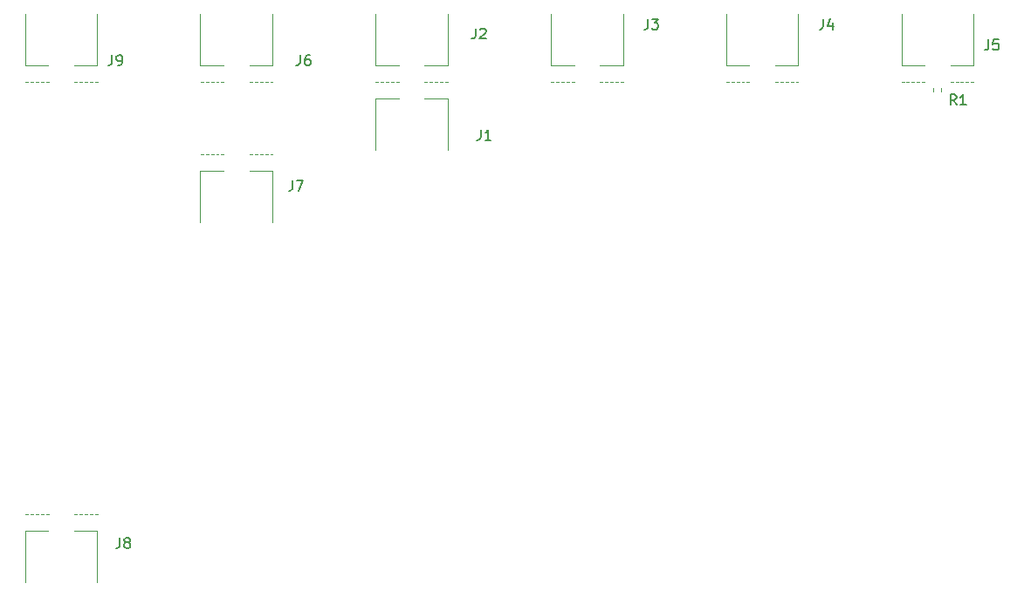
<source format=gbr>
%TF.GenerationSoftware,KiCad,Pcbnew,9.0.0*%
%TF.CreationDate,2025-07-17T14:07:15-07:00*%
%TF.ProjectId,TRL_fixture_JLC04161H-7628,54524c5f-6669-4787-9475-72655f4a4c43,rev?*%
%TF.SameCoordinates,Original*%
%TF.FileFunction,Legend,Top*%
%TF.FilePolarity,Positive*%
%FSLAX46Y46*%
G04 Gerber Fmt 4.6, Leading zero omitted, Abs format (unit mm)*
G04 Created by KiCad (PCBNEW 9.0.0) date 2025-07-17 14:07:15*
%MOMM*%
%LPD*%
G01*
G04 APERTURE LIST*
%ADD10C,0.100000*%
%ADD11C,0.150000*%
%ADD12C,0.120000*%
G04 APERTURE END LIST*
D10*
X107468000Y-101000000D02*
X107718000Y-101000000D01*
X76750000Y-101000000D02*
X77000000Y-101000000D01*
X122468000Y-101000000D02*
X122718000Y-101000000D01*
X124468000Y-101000000D02*
X124718000Y-101000000D01*
X105968000Y-101000000D02*
X106218000Y-101000000D01*
X54500000Y-101000000D02*
X54750000Y-101000000D01*
X76250000Y-108000000D02*
X76500000Y-108000000D01*
X122968000Y-101000000D02*
X123218000Y-101000000D01*
X139968000Y-101000000D02*
X140218000Y-101000000D01*
X127218000Y-101000000D02*
X127468000Y-101000000D01*
X141468000Y-101000000D02*
X141718000Y-101000000D01*
X56500000Y-143000000D02*
X56750000Y-143000000D01*
X140468000Y-101000000D02*
X140718000Y-101000000D01*
X139468000Y-101000000D02*
X139718000Y-101000000D01*
X106468000Y-101000000D02*
X106718000Y-101000000D01*
X78250000Y-108000000D02*
X78500000Y-108000000D01*
X145718000Y-101000000D02*
X145968000Y-101000000D01*
X129218000Y-101000000D02*
X129468000Y-101000000D01*
X61250000Y-101000000D02*
X61500000Y-101000000D01*
X59250000Y-143000000D02*
X59500000Y-143000000D01*
X59750000Y-101000000D02*
X60000000Y-101000000D01*
X110718000Y-101000000D02*
X110968000Y-101000000D01*
X76250000Y-101000000D02*
X76500000Y-101000000D01*
X55000000Y-143000000D02*
X55250000Y-143000000D01*
X61250000Y-143000000D02*
X61500000Y-143000000D01*
X111718000Y-101000000D02*
X111968000Y-101000000D01*
X71500000Y-108000000D02*
X71750000Y-108000000D01*
X76750000Y-108000000D02*
X77000000Y-108000000D01*
X77250000Y-101000000D02*
X77500000Y-101000000D01*
X55000000Y-101000000D02*
X55250000Y-101000000D01*
X106968000Y-101000000D02*
X107218000Y-101000000D01*
X60750000Y-143000000D02*
X61000000Y-143000000D01*
X110218000Y-101000000D02*
X110468000Y-101000000D01*
X59750000Y-143000000D02*
X60000000Y-143000000D01*
X95218000Y-101000000D02*
X95468000Y-101000000D01*
X72500000Y-108000000D02*
X72750000Y-108000000D01*
X56000000Y-143000000D02*
X56250000Y-143000000D01*
X144718000Y-101000000D02*
X144968000Y-101000000D01*
X90468000Y-101000000D02*
X90718000Y-101000000D01*
X56000000Y-101000000D02*
X56250000Y-101000000D01*
X60250000Y-101000000D02*
X60500000Y-101000000D01*
X93718000Y-101000000D02*
X93968000Y-101000000D01*
X77250000Y-108000000D02*
X77500000Y-108000000D01*
X72000000Y-101000000D02*
X72250000Y-101000000D01*
X88468000Y-101000000D02*
X88718000Y-101000000D01*
X55500000Y-143000000D02*
X55750000Y-143000000D01*
X123968000Y-101000000D02*
X124218000Y-101000000D01*
X105468000Y-101000000D02*
X105718000Y-101000000D01*
X71500000Y-101000000D02*
X71750000Y-101000000D01*
X140968000Y-101000000D02*
X141218000Y-101000000D01*
X94218000Y-101000000D02*
X94468000Y-101000000D01*
X144218000Y-101000000D02*
X144468000Y-101000000D01*
X56500000Y-101000000D02*
X56750000Y-101000000D01*
X127718000Y-101000000D02*
X127968000Y-101000000D01*
X77750000Y-108000000D02*
X78000000Y-108000000D01*
X128718000Y-101000000D02*
X128968000Y-101000000D01*
X145218000Y-101000000D02*
X145468000Y-101000000D01*
X111218000Y-101000000D02*
X111468000Y-101000000D01*
X54500000Y-143000000D02*
X54750000Y-143000000D01*
X78250000Y-101000000D02*
X78500000Y-101000000D01*
X72500000Y-101000000D02*
X72750000Y-101000000D01*
X73000000Y-101000000D02*
X73250000Y-101000000D01*
X128218000Y-101000000D02*
X128468000Y-101000000D01*
X60250000Y-143000000D02*
X60500000Y-143000000D01*
X72000000Y-108000000D02*
X72250000Y-108000000D01*
X93218000Y-101000000D02*
X93468000Y-101000000D01*
X88968000Y-101000000D02*
X89218000Y-101000000D01*
X89468000Y-101000000D02*
X89718000Y-101000000D01*
X73500000Y-108000000D02*
X73750000Y-108000000D01*
X77750000Y-101000000D02*
X78000000Y-101000000D01*
X112218000Y-101000000D02*
X112468000Y-101000000D01*
X73000000Y-108000000D02*
X73250000Y-108000000D01*
X55500000Y-101000000D02*
X55750000Y-101000000D01*
X59250000Y-101000000D02*
X59500000Y-101000000D01*
X94718000Y-101000000D02*
X94968000Y-101000000D01*
X73500000Y-101000000D02*
X73750000Y-101000000D01*
X89968000Y-101000000D02*
X90218000Y-101000000D01*
X60750000Y-101000000D02*
X61000000Y-101000000D01*
X146218000Y-101000000D02*
X146468000Y-101000000D01*
X123468000Y-101000000D02*
X123718000Y-101000000D01*
D11*
X98666666Y-105622819D02*
X98666666Y-106337104D01*
X98666666Y-106337104D02*
X98619047Y-106479961D01*
X98619047Y-106479961D02*
X98523809Y-106575200D01*
X98523809Y-106575200D02*
X98380952Y-106622819D01*
X98380952Y-106622819D02*
X98285714Y-106622819D01*
X99666666Y-106622819D02*
X99095238Y-106622819D01*
X99380952Y-106622819D02*
X99380952Y-105622819D01*
X99380952Y-105622819D02*
X99285714Y-105765676D01*
X99285714Y-105765676D02*
X99190476Y-105860914D01*
X99190476Y-105860914D02*
X99095238Y-105908533D01*
X147916666Y-96872819D02*
X147916666Y-97587104D01*
X147916666Y-97587104D02*
X147869047Y-97729961D01*
X147869047Y-97729961D02*
X147773809Y-97825200D01*
X147773809Y-97825200D02*
X147630952Y-97872819D01*
X147630952Y-97872819D02*
X147535714Y-97872819D01*
X148869047Y-96872819D02*
X148392857Y-96872819D01*
X148392857Y-96872819D02*
X148345238Y-97349009D01*
X148345238Y-97349009D02*
X148392857Y-97301390D01*
X148392857Y-97301390D02*
X148488095Y-97253771D01*
X148488095Y-97253771D02*
X148726190Y-97253771D01*
X148726190Y-97253771D02*
X148821428Y-97301390D01*
X148821428Y-97301390D02*
X148869047Y-97349009D01*
X148869047Y-97349009D02*
X148916666Y-97444247D01*
X148916666Y-97444247D02*
X148916666Y-97682342D01*
X148916666Y-97682342D02*
X148869047Y-97777580D01*
X148869047Y-97777580D02*
X148821428Y-97825200D01*
X148821428Y-97825200D02*
X148726190Y-97872819D01*
X148726190Y-97872819D02*
X148488095Y-97872819D01*
X148488095Y-97872819D02*
X148392857Y-97825200D01*
X148392857Y-97825200D02*
X148345238Y-97777580D01*
X63666666Y-145286819D02*
X63666666Y-146001104D01*
X63666666Y-146001104D02*
X63619047Y-146143961D01*
X63619047Y-146143961D02*
X63523809Y-146239200D01*
X63523809Y-146239200D02*
X63380952Y-146286819D01*
X63380952Y-146286819D02*
X63285714Y-146286819D01*
X64285714Y-145715390D02*
X64190476Y-145667771D01*
X64190476Y-145667771D02*
X64142857Y-145620152D01*
X64142857Y-145620152D02*
X64095238Y-145524914D01*
X64095238Y-145524914D02*
X64095238Y-145477295D01*
X64095238Y-145477295D02*
X64142857Y-145382057D01*
X64142857Y-145382057D02*
X64190476Y-145334438D01*
X64190476Y-145334438D02*
X64285714Y-145286819D01*
X64285714Y-145286819D02*
X64476190Y-145286819D01*
X64476190Y-145286819D02*
X64571428Y-145334438D01*
X64571428Y-145334438D02*
X64619047Y-145382057D01*
X64619047Y-145382057D02*
X64666666Y-145477295D01*
X64666666Y-145477295D02*
X64666666Y-145524914D01*
X64666666Y-145524914D02*
X64619047Y-145620152D01*
X64619047Y-145620152D02*
X64571428Y-145667771D01*
X64571428Y-145667771D02*
X64476190Y-145715390D01*
X64476190Y-145715390D02*
X64285714Y-145715390D01*
X64285714Y-145715390D02*
X64190476Y-145763009D01*
X64190476Y-145763009D02*
X64142857Y-145810628D01*
X64142857Y-145810628D02*
X64095238Y-145905866D01*
X64095238Y-145905866D02*
X64095238Y-146096342D01*
X64095238Y-146096342D02*
X64142857Y-146191580D01*
X64142857Y-146191580D02*
X64190476Y-146239200D01*
X64190476Y-146239200D02*
X64285714Y-146286819D01*
X64285714Y-146286819D02*
X64476190Y-146286819D01*
X64476190Y-146286819D02*
X64571428Y-146239200D01*
X64571428Y-146239200D02*
X64619047Y-146191580D01*
X64619047Y-146191580D02*
X64666666Y-146096342D01*
X64666666Y-146096342D02*
X64666666Y-145905866D01*
X64666666Y-145905866D02*
X64619047Y-145810628D01*
X64619047Y-145810628D02*
X64571428Y-145763009D01*
X64571428Y-145763009D02*
X64476190Y-145715390D01*
X131884666Y-94872819D02*
X131884666Y-95587104D01*
X131884666Y-95587104D02*
X131837047Y-95729961D01*
X131837047Y-95729961D02*
X131741809Y-95825200D01*
X131741809Y-95825200D02*
X131598952Y-95872819D01*
X131598952Y-95872819D02*
X131503714Y-95872819D01*
X132789428Y-95206152D02*
X132789428Y-95872819D01*
X132551333Y-94825200D02*
X132313238Y-95539485D01*
X132313238Y-95539485D02*
X132932285Y-95539485D01*
X62916666Y-98372819D02*
X62916666Y-99087104D01*
X62916666Y-99087104D02*
X62869047Y-99229961D01*
X62869047Y-99229961D02*
X62773809Y-99325200D01*
X62773809Y-99325200D02*
X62630952Y-99372819D01*
X62630952Y-99372819D02*
X62535714Y-99372819D01*
X63440476Y-99372819D02*
X63630952Y-99372819D01*
X63630952Y-99372819D02*
X63726190Y-99325200D01*
X63726190Y-99325200D02*
X63773809Y-99277580D01*
X63773809Y-99277580D02*
X63869047Y-99134723D01*
X63869047Y-99134723D02*
X63916666Y-98944247D01*
X63916666Y-98944247D02*
X63916666Y-98563295D01*
X63916666Y-98563295D02*
X63869047Y-98468057D01*
X63869047Y-98468057D02*
X63821428Y-98420438D01*
X63821428Y-98420438D02*
X63726190Y-98372819D01*
X63726190Y-98372819D02*
X63535714Y-98372819D01*
X63535714Y-98372819D02*
X63440476Y-98420438D01*
X63440476Y-98420438D02*
X63392857Y-98468057D01*
X63392857Y-98468057D02*
X63345238Y-98563295D01*
X63345238Y-98563295D02*
X63345238Y-98801390D01*
X63345238Y-98801390D02*
X63392857Y-98896628D01*
X63392857Y-98896628D02*
X63440476Y-98944247D01*
X63440476Y-98944247D02*
X63535714Y-98991866D01*
X63535714Y-98991866D02*
X63726190Y-98991866D01*
X63726190Y-98991866D02*
X63821428Y-98944247D01*
X63821428Y-98944247D02*
X63869047Y-98896628D01*
X63869047Y-98896628D02*
X63916666Y-98801390D01*
X81166666Y-98372819D02*
X81166666Y-99087104D01*
X81166666Y-99087104D02*
X81119047Y-99229961D01*
X81119047Y-99229961D02*
X81023809Y-99325200D01*
X81023809Y-99325200D02*
X80880952Y-99372819D01*
X80880952Y-99372819D02*
X80785714Y-99372819D01*
X82071428Y-98372819D02*
X81880952Y-98372819D01*
X81880952Y-98372819D02*
X81785714Y-98420438D01*
X81785714Y-98420438D02*
X81738095Y-98468057D01*
X81738095Y-98468057D02*
X81642857Y-98610914D01*
X81642857Y-98610914D02*
X81595238Y-98801390D01*
X81595238Y-98801390D02*
X81595238Y-99182342D01*
X81595238Y-99182342D02*
X81642857Y-99277580D01*
X81642857Y-99277580D02*
X81690476Y-99325200D01*
X81690476Y-99325200D02*
X81785714Y-99372819D01*
X81785714Y-99372819D02*
X81976190Y-99372819D01*
X81976190Y-99372819D02*
X82071428Y-99325200D01*
X82071428Y-99325200D02*
X82119047Y-99277580D01*
X82119047Y-99277580D02*
X82166666Y-99182342D01*
X82166666Y-99182342D02*
X82166666Y-98944247D01*
X82166666Y-98944247D02*
X82119047Y-98849009D01*
X82119047Y-98849009D02*
X82071428Y-98801390D01*
X82071428Y-98801390D02*
X81976190Y-98753771D01*
X81976190Y-98753771D02*
X81785714Y-98753771D01*
X81785714Y-98753771D02*
X81690476Y-98801390D01*
X81690476Y-98801390D02*
X81642857Y-98849009D01*
X81642857Y-98849009D02*
X81595238Y-98944247D01*
X80416666Y-110536819D02*
X80416666Y-111251104D01*
X80416666Y-111251104D02*
X80369047Y-111393961D01*
X80369047Y-111393961D02*
X80273809Y-111489200D01*
X80273809Y-111489200D02*
X80130952Y-111536819D01*
X80130952Y-111536819D02*
X80035714Y-111536819D01*
X80797619Y-110536819D02*
X81464285Y-110536819D01*
X81464285Y-110536819D02*
X81035714Y-111536819D01*
X144801333Y-103204819D02*
X144468000Y-102728628D01*
X144229905Y-103204819D02*
X144229905Y-102204819D01*
X144229905Y-102204819D02*
X144610857Y-102204819D01*
X144610857Y-102204819D02*
X144706095Y-102252438D01*
X144706095Y-102252438D02*
X144753714Y-102300057D01*
X144753714Y-102300057D02*
X144801333Y-102395295D01*
X144801333Y-102395295D02*
X144801333Y-102538152D01*
X144801333Y-102538152D02*
X144753714Y-102633390D01*
X144753714Y-102633390D02*
X144706095Y-102681009D01*
X144706095Y-102681009D02*
X144610857Y-102728628D01*
X144610857Y-102728628D02*
X144229905Y-102728628D01*
X145753714Y-103204819D02*
X145182286Y-103204819D01*
X145468000Y-103204819D02*
X145468000Y-102204819D01*
X145468000Y-102204819D02*
X145372762Y-102347676D01*
X145372762Y-102347676D02*
X145277524Y-102442914D01*
X145277524Y-102442914D02*
X145182286Y-102490533D01*
X98166666Y-95786819D02*
X98166666Y-96501104D01*
X98166666Y-96501104D02*
X98119047Y-96643961D01*
X98119047Y-96643961D02*
X98023809Y-96739200D01*
X98023809Y-96739200D02*
X97880952Y-96786819D01*
X97880952Y-96786819D02*
X97785714Y-96786819D01*
X98595238Y-95882057D02*
X98642857Y-95834438D01*
X98642857Y-95834438D02*
X98738095Y-95786819D01*
X98738095Y-95786819D02*
X98976190Y-95786819D01*
X98976190Y-95786819D02*
X99071428Y-95834438D01*
X99071428Y-95834438D02*
X99119047Y-95882057D01*
X99119047Y-95882057D02*
X99166666Y-95977295D01*
X99166666Y-95977295D02*
X99166666Y-96072533D01*
X99166666Y-96072533D02*
X99119047Y-96215390D01*
X99119047Y-96215390D02*
X98547619Y-96786819D01*
X98547619Y-96786819D02*
X99166666Y-96786819D01*
X114884666Y-94872819D02*
X114884666Y-95587104D01*
X114884666Y-95587104D02*
X114837047Y-95729961D01*
X114837047Y-95729961D02*
X114741809Y-95825200D01*
X114741809Y-95825200D02*
X114598952Y-95872819D01*
X114598952Y-95872819D02*
X114503714Y-95872819D01*
X115265619Y-94872819D02*
X115884666Y-94872819D01*
X115884666Y-94872819D02*
X115551333Y-95253771D01*
X115551333Y-95253771D02*
X115694190Y-95253771D01*
X115694190Y-95253771D02*
X115789428Y-95301390D01*
X115789428Y-95301390D02*
X115837047Y-95349009D01*
X115837047Y-95349009D02*
X115884666Y-95444247D01*
X115884666Y-95444247D02*
X115884666Y-95682342D01*
X115884666Y-95682342D02*
X115837047Y-95777580D01*
X115837047Y-95777580D02*
X115789428Y-95825200D01*
X115789428Y-95825200D02*
X115694190Y-95872819D01*
X115694190Y-95872819D02*
X115408476Y-95872819D01*
X115408476Y-95872819D02*
X115313238Y-95825200D01*
X115313238Y-95825200D02*
X115265619Y-95777580D01*
D12*
%TO.C,J1*%
X88468000Y-94418000D02*
X88468000Y-99418000D01*
X88468000Y-99418000D02*
X90718000Y-99418000D01*
X95468000Y-94418000D02*
X95468000Y-99418000D01*
X95468000Y-99418000D02*
X93218000Y-99418000D01*
%TO.C,J5*%
X139468000Y-94418000D02*
X139468000Y-99418000D01*
X139468000Y-99418000D02*
X141718000Y-99418000D01*
X146468000Y-94418000D02*
X146468000Y-99418000D01*
X146468000Y-99418000D02*
X144218000Y-99418000D01*
%TO.C,J8*%
X54468000Y-144582000D02*
X56718000Y-144582000D01*
X54468000Y-149582000D02*
X54468000Y-144582000D01*
X61468000Y-144582000D02*
X59218000Y-144582000D01*
X61468000Y-149582000D02*
X61468000Y-144582000D01*
%TO.C,J4*%
X122468000Y-94418000D02*
X122468000Y-99418000D01*
X122468000Y-99418000D02*
X124718000Y-99418000D01*
X129468000Y-94418000D02*
X129468000Y-99418000D01*
X129468000Y-99418000D02*
X127218000Y-99418000D01*
%TO.C,J9*%
X54468000Y-94418000D02*
X54468000Y-99418000D01*
X54468000Y-99418000D02*
X56718000Y-99418000D01*
X61468000Y-94418000D02*
X61468000Y-99418000D01*
X61468000Y-99418000D02*
X59218000Y-99418000D01*
%TO.C,J6*%
X71468000Y-94418000D02*
X71468000Y-99418000D01*
X71468000Y-99418000D02*
X73718000Y-99418000D01*
X78468000Y-94418000D02*
X78468000Y-99418000D01*
X78468000Y-99418000D02*
X76218000Y-99418000D01*
%TO.C,J7*%
X71468000Y-109582000D02*
X73718000Y-109582000D01*
X71468000Y-114582000D02*
X71468000Y-109582000D01*
X78468000Y-109582000D02*
X76218000Y-109582000D01*
X78468000Y-114582000D02*
X78468000Y-109582000D01*
%TO.C,R1*%
X142588000Y-101596359D02*
X142588000Y-101903641D01*
X143348000Y-101596359D02*
X143348000Y-101903641D01*
%TO.C,J2*%
X88468000Y-102582000D02*
X90718000Y-102582000D01*
X88468000Y-107582000D02*
X88468000Y-102582000D01*
X95468000Y-102582000D02*
X93218000Y-102582000D01*
X95468000Y-107582000D02*
X95468000Y-102582000D01*
%TO.C,J3*%
X105468000Y-94418000D02*
X105468000Y-99418000D01*
X105468000Y-99418000D02*
X107718000Y-99418000D01*
X112468000Y-94418000D02*
X112468000Y-99418000D01*
X112468000Y-99418000D02*
X110218000Y-99418000D01*
%TD*%
M02*

</source>
